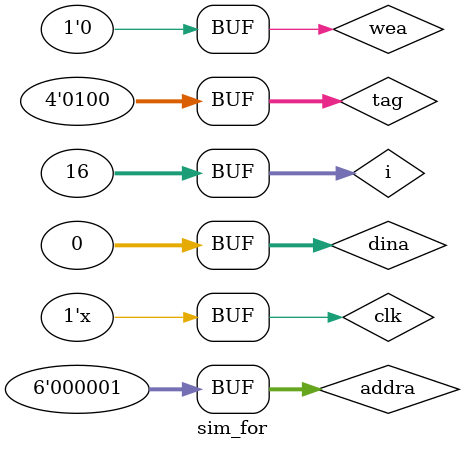
<source format=v>
`timescale 1ns / 1ps


module sim_for(

    );
    parameter LINE_SIZE=16;
    parameter INDEX_WIDTH=2;
    reg [3:0] tag;
    reg [3:0] line_tag [LINE_SIZE-1:0];
    reg line_v [LINE_SIZE-1:0];
    wire line_hit [LINE_SIZE-1:0];
    reg hit;
    reg clk;
    always #10 clk<=~clk;
    integer i;
    genvar j;
    generate
        for(j=0;j<LINE_SIZE;j=j+1) begin
            assign line_hit[j]=(line_tag[j]==tag)&line_v[j]&(j[INDEX_WIDTH-1:0]);
        end
    endgenerate
    always @(*) begin
        hit=0;
        for(i=0;i<LINE_SIZE;i=i+1) begin
            if(line_hit[i]) begin
                hit=1;
            end
        end
    end
    reg wea;
    reg [5:0] addra;
    reg [31:0] dina;
    wire [31:0] douta;
    blk_mem_gen_0 your_instance_name (
      .clka(clk),    // input wire clka
      .ena(1),      // input wire ena
      .wea(wea),      // input wire [0 : 0] wea
      .addra(addra),  // input wire [5 : 0] addra
      .dina(dina),    // input wire [31 : 0] dina
      .douta(douta)  // output wire [31 : 0] douta
    );
    initial begin
        clk=0;
        tag=3'd1;
        for(i=0;i<LINE_SIZE;i=i+1) begin
            line_tag[i]=i%4;
            line_v[i]=1;
        end
        #20
        tag=3'd4;
        #20 
        wea=1;
        addra=1;
        dina=10;
        #20
        wea=0;
        dina=0;
    end
endmodule

</source>
